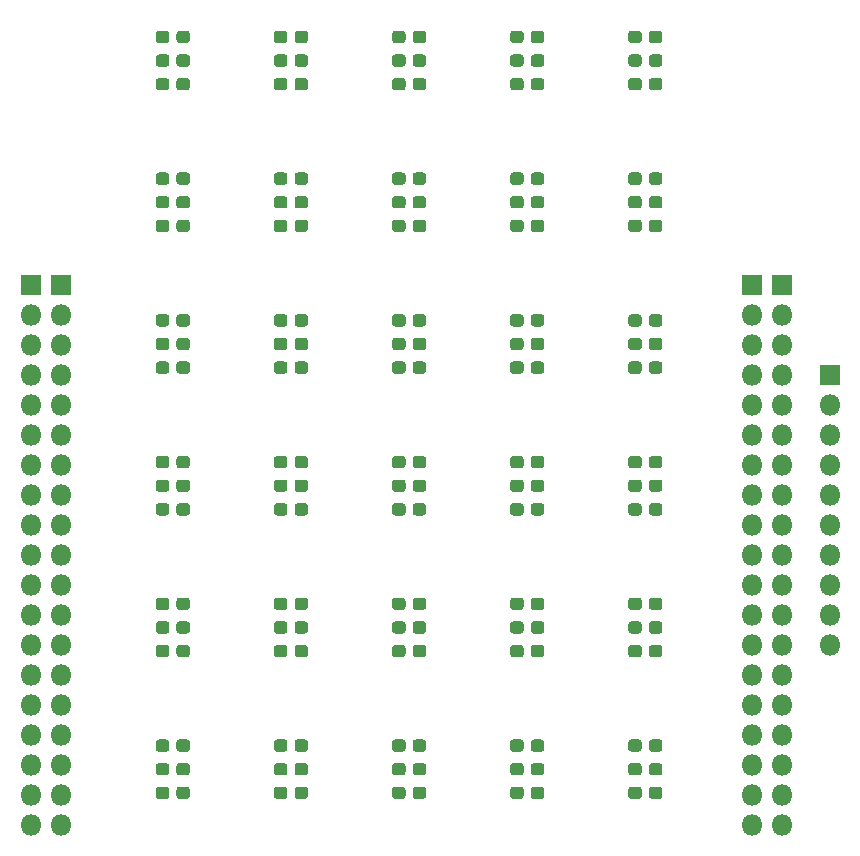
<source format=gbs>
G04 #@! TF.GenerationSoftware,KiCad,Pcbnew,5.1.6-c6e7f7d~87~ubuntu18.04.1*
G04 #@! TF.CreationDate,2021-01-02T21:50:32-05:00*
G04 #@! TF.ProjectId,dicecalc,64696365-6361-46c6-932e-6b696361645f,rev?*
G04 #@! TF.SameCoordinates,Original*
G04 #@! TF.FileFunction,Soldermask,Bot*
G04 #@! TF.FilePolarity,Negative*
%FSLAX46Y46*%
G04 Gerber Fmt 4.6, Leading zero omitted, Abs format (unit mm)*
G04 Created by KiCad (PCBNEW 5.1.6-c6e7f7d~87~ubuntu18.04.1) date 2021-01-02 21:50:32*
%MOMM*%
%LPD*%
G01*
G04 APERTURE LIST*
%ADD10R,1.800000X1.800000*%
%ADD11O,1.800000X1.800000*%
G04 APERTURE END LIST*
G36*
G01*
X89200000Y-155362500D02*
X89200000Y-154837500D01*
G75*
G02*
X89462500Y-154575000I262500J0D01*
G01*
X90087500Y-154575000D01*
G75*
G02*
X90350000Y-154837500I0J-262500D01*
G01*
X90350000Y-155362500D01*
G75*
G02*
X90087500Y-155625000I-262500J0D01*
G01*
X89462500Y-155625000D01*
G75*
G02*
X89200000Y-155362500I0J262500D01*
G01*
G37*
G36*
G01*
X87450000Y-155362500D02*
X87450000Y-154837500D01*
G75*
G02*
X87712500Y-154575000I262500J0D01*
G01*
X88337500Y-154575000D01*
G75*
G02*
X88600000Y-154837500I0J-262500D01*
G01*
X88600000Y-155362500D01*
G75*
G02*
X88337500Y-155625000I-262500J0D01*
G01*
X87712500Y-155625000D01*
G75*
G02*
X87450000Y-155362500I0J262500D01*
G01*
G37*
G36*
G01*
X87450000Y-143362500D02*
X87450000Y-142837500D01*
G75*
G02*
X87712500Y-142575000I262500J0D01*
G01*
X88337500Y-142575000D01*
G75*
G02*
X88600000Y-142837500I0J-262500D01*
G01*
X88600000Y-143362500D01*
G75*
G02*
X88337500Y-143625000I-262500J0D01*
G01*
X87712500Y-143625000D01*
G75*
G02*
X87450000Y-143362500I0J262500D01*
G01*
G37*
G36*
G01*
X89200000Y-143362500D02*
X89200000Y-142837500D01*
G75*
G02*
X89462500Y-142575000I262500J0D01*
G01*
X90087500Y-142575000D01*
G75*
G02*
X90350000Y-142837500I0J-262500D01*
G01*
X90350000Y-143362500D01*
G75*
G02*
X90087500Y-143625000I-262500J0D01*
G01*
X89462500Y-143625000D01*
G75*
G02*
X89200000Y-143362500I0J262500D01*
G01*
G37*
G36*
G01*
X100350000Y-142837500D02*
X100350000Y-143362500D01*
G75*
G02*
X100087500Y-143625000I-262500J0D01*
G01*
X99462500Y-143625000D01*
G75*
G02*
X99200000Y-143362500I0J262500D01*
G01*
X99200000Y-142837500D01*
G75*
G02*
X99462500Y-142575000I262500J0D01*
G01*
X100087500Y-142575000D01*
G75*
G02*
X100350000Y-142837500I0J-262500D01*
G01*
G37*
G36*
G01*
X98600000Y-142837500D02*
X98600000Y-143362500D01*
G75*
G02*
X98337500Y-143625000I-262500J0D01*
G01*
X97712500Y-143625000D01*
G75*
G02*
X97450000Y-143362500I0J262500D01*
G01*
X97450000Y-142837500D01*
G75*
G02*
X97712500Y-142575000I262500J0D01*
G01*
X98337500Y-142575000D01*
G75*
G02*
X98600000Y-142837500I0J-262500D01*
G01*
G37*
G36*
G01*
X110350000Y-142837500D02*
X110350000Y-143362500D01*
G75*
G02*
X110087500Y-143625000I-262500J0D01*
G01*
X109462500Y-143625000D01*
G75*
G02*
X109200000Y-143362500I0J262500D01*
G01*
X109200000Y-142837500D01*
G75*
G02*
X109462500Y-142575000I262500J0D01*
G01*
X110087500Y-142575000D01*
G75*
G02*
X110350000Y-142837500I0J-262500D01*
G01*
G37*
G36*
G01*
X108600000Y-142837500D02*
X108600000Y-143362500D01*
G75*
G02*
X108337500Y-143625000I-262500J0D01*
G01*
X107712500Y-143625000D01*
G75*
G02*
X107450000Y-143362500I0J262500D01*
G01*
X107450000Y-142837500D01*
G75*
G02*
X107712500Y-142575000I262500J0D01*
G01*
X108337500Y-142575000D01*
G75*
G02*
X108600000Y-142837500I0J-262500D01*
G01*
G37*
G36*
G01*
X87450000Y-131362500D02*
X87450000Y-130837500D01*
G75*
G02*
X87712500Y-130575000I262500J0D01*
G01*
X88337500Y-130575000D01*
G75*
G02*
X88600000Y-130837500I0J-262500D01*
G01*
X88600000Y-131362500D01*
G75*
G02*
X88337500Y-131625000I-262500J0D01*
G01*
X87712500Y-131625000D01*
G75*
G02*
X87450000Y-131362500I0J262500D01*
G01*
G37*
G36*
G01*
X89200000Y-131362500D02*
X89200000Y-130837500D01*
G75*
G02*
X89462500Y-130575000I262500J0D01*
G01*
X90087500Y-130575000D01*
G75*
G02*
X90350000Y-130837500I0J-262500D01*
G01*
X90350000Y-131362500D01*
G75*
G02*
X90087500Y-131625000I-262500J0D01*
G01*
X89462500Y-131625000D01*
G75*
G02*
X89200000Y-131362500I0J262500D01*
G01*
G37*
G36*
G01*
X100350000Y-130837500D02*
X100350000Y-131362500D01*
G75*
G02*
X100087500Y-131625000I-262500J0D01*
G01*
X99462500Y-131625000D01*
G75*
G02*
X99200000Y-131362500I0J262500D01*
G01*
X99200000Y-130837500D01*
G75*
G02*
X99462500Y-130575000I262500J0D01*
G01*
X100087500Y-130575000D01*
G75*
G02*
X100350000Y-130837500I0J-262500D01*
G01*
G37*
G36*
G01*
X98600000Y-130837500D02*
X98600000Y-131362500D01*
G75*
G02*
X98337500Y-131625000I-262500J0D01*
G01*
X97712500Y-131625000D01*
G75*
G02*
X97450000Y-131362500I0J262500D01*
G01*
X97450000Y-130837500D01*
G75*
G02*
X97712500Y-130575000I262500J0D01*
G01*
X98337500Y-130575000D01*
G75*
G02*
X98600000Y-130837500I0J-262500D01*
G01*
G37*
G36*
G01*
X110350000Y-130837500D02*
X110350000Y-131362500D01*
G75*
G02*
X110087500Y-131625000I-262500J0D01*
G01*
X109462500Y-131625000D01*
G75*
G02*
X109200000Y-131362500I0J262500D01*
G01*
X109200000Y-130837500D01*
G75*
G02*
X109462500Y-130575000I262500J0D01*
G01*
X110087500Y-130575000D01*
G75*
G02*
X110350000Y-130837500I0J-262500D01*
G01*
G37*
G36*
G01*
X108600000Y-130837500D02*
X108600000Y-131362500D01*
G75*
G02*
X108337500Y-131625000I-262500J0D01*
G01*
X107712500Y-131625000D01*
G75*
G02*
X107450000Y-131362500I0J262500D01*
G01*
X107450000Y-130837500D01*
G75*
G02*
X107712500Y-130575000I262500J0D01*
G01*
X108337500Y-130575000D01*
G75*
G02*
X108600000Y-130837500I0J-262500D01*
G01*
G37*
G36*
G01*
X87450000Y-119362500D02*
X87450000Y-118837500D01*
G75*
G02*
X87712500Y-118575000I262500J0D01*
G01*
X88337500Y-118575000D01*
G75*
G02*
X88600000Y-118837500I0J-262500D01*
G01*
X88600000Y-119362500D01*
G75*
G02*
X88337500Y-119625000I-262500J0D01*
G01*
X87712500Y-119625000D01*
G75*
G02*
X87450000Y-119362500I0J262500D01*
G01*
G37*
G36*
G01*
X89200000Y-119362500D02*
X89200000Y-118837500D01*
G75*
G02*
X89462500Y-118575000I262500J0D01*
G01*
X90087500Y-118575000D01*
G75*
G02*
X90350000Y-118837500I0J-262500D01*
G01*
X90350000Y-119362500D01*
G75*
G02*
X90087500Y-119625000I-262500J0D01*
G01*
X89462500Y-119625000D01*
G75*
G02*
X89200000Y-119362500I0J262500D01*
G01*
G37*
G36*
G01*
X99200000Y-119362500D02*
X99200000Y-118837500D01*
G75*
G02*
X99462500Y-118575000I262500J0D01*
G01*
X100087500Y-118575000D01*
G75*
G02*
X100350000Y-118837500I0J-262500D01*
G01*
X100350000Y-119362500D01*
G75*
G02*
X100087500Y-119625000I-262500J0D01*
G01*
X99462500Y-119625000D01*
G75*
G02*
X99200000Y-119362500I0J262500D01*
G01*
G37*
G36*
G01*
X97450000Y-119362500D02*
X97450000Y-118837500D01*
G75*
G02*
X97712500Y-118575000I262500J0D01*
G01*
X98337500Y-118575000D01*
G75*
G02*
X98600000Y-118837500I0J-262500D01*
G01*
X98600000Y-119362500D01*
G75*
G02*
X98337500Y-119625000I-262500J0D01*
G01*
X97712500Y-119625000D01*
G75*
G02*
X97450000Y-119362500I0J262500D01*
G01*
G37*
G36*
G01*
X108600000Y-118837500D02*
X108600000Y-119362500D01*
G75*
G02*
X108337500Y-119625000I-262500J0D01*
G01*
X107712500Y-119625000D01*
G75*
G02*
X107450000Y-119362500I0J262500D01*
G01*
X107450000Y-118837500D01*
G75*
G02*
X107712500Y-118575000I262500J0D01*
G01*
X108337500Y-118575000D01*
G75*
G02*
X108600000Y-118837500I0J-262500D01*
G01*
G37*
G36*
G01*
X110350000Y-118837500D02*
X110350000Y-119362500D01*
G75*
G02*
X110087500Y-119625000I-262500J0D01*
G01*
X109462500Y-119625000D01*
G75*
G02*
X109200000Y-119362500I0J262500D01*
G01*
X109200000Y-118837500D01*
G75*
G02*
X109462500Y-118575000I262500J0D01*
G01*
X110087500Y-118575000D01*
G75*
G02*
X110350000Y-118837500I0J-262500D01*
G01*
G37*
G36*
G01*
X118600000Y-142837500D02*
X118600000Y-143362500D01*
G75*
G02*
X118337500Y-143625000I-262500J0D01*
G01*
X117712500Y-143625000D01*
G75*
G02*
X117450000Y-143362500I0J262500D01*
G01*
X117450000Y-142837500D01*
G75*
G02*
X117712500Y-142575000I262500J0D01*
G01*
X118337500Y-142575000D01*
G75*
G02*
X118600000Y-142837500I0J-262500D01*
G01*
G37*
G36*
G01*
X120350000Y-142837500D02*
X120350000Y-143362500D01*
G75*
G02*
X120087500Y-143625000I-262500J0D01*
G01*
X119462500Y-143625000D01*
G75*
G02*
X119200000Y-143362500I0J262500D01*
G01*
X119200000Y-142837500D01*
G75*
G02*
X119462500Y-142575000I262500J0D01*
G01*
X120087500Y-142575000D01*
G75*
G02*
X120350000Y-142837500I0J-262500D01*
G01*
G37*
G36*
G01*
X118600000Y-130837500D02*
X118600000Y-131362500D01*
G75*
G02*
X118337500Y-131625000I-262500J0D01*
G01*
X117712500Y-131625000D01*
G75*
G02*
X117450000Y-131362500I0J262500D01*
G01*
X117450000Y-130837500D01*
G75*
G02*
X117712500Y-130575000I262500J0D01*
G01*
X118337500Y-130575000D01*
G75*
G02*
X118600000Y-130837500I0J-262500D01*
G01*
G37*
G36*
G01*
X120350000Y-130837500D02*
X120350000Y-131362500D01*
G75*
G02*
X120087500Y-131625000I-262500J0D01*
G01*
X119462500Y-131625000D01*
G75*
G02*
X119200000Y-131362500I0J262500D01*
G01*
X119200000Y-130837500D01*
G75*
G02*
X119462500Y-130575000I262500J0D01*
G01*
X120087500Y-130575000D01*
G75*
G02*
X120350000Y-130837500I0J-262500D01*
G01*
G37*
G36*
G01*
X120350000Y-118837500D02*
X120350000Y-119362500D01*
G75*
G02*
X120087500Y-119625000I-262500J0D01*
G01*
X119462500Y-119625000D01*
G75*
G02*
X119200000Y-119362500I0J262500D01*
G01*
X119200000Y-118837500D01*
G75*
G02*
X119462500Y-118575000I262500J0D01*
G01*
X120087500Y-118575000D01*
G75*
G02*
X120350000Y-118837500I0J-262500D01*
G01*
G37*
G36*
G01*
X118600000Y-118837500D02*
X118600000Y-119362500D01*
G75*
G02*
X118337500Y-119625000I-262500J0D01*
G01*
X117712500Y-119625000D01*
G75*
G02*
X117450000Y-119362500I0J262500D01*
G01*
X117450000Y-118837500D01*
G75*
G02*
X117712500Y-118575000I262500J0D01*
G01*
X118337500Y-118575000D01*
G75*
G02*
X118600000Y-118837500I0J-262500D01*
G01*
G37*
G36*
G01*
X118600000Y-106837500D02*
X118600000Y-107362500D01*
G75*
G02*
X118337500Y-107625000I-262500J0D01*
G01*
X117712500Y-107625000D01*
G75*
G02*
X117450000Y-107362500I0J262500D01*
G01*
X117450000Y-106837500D01*
G75*
G02*
X117712500Y-106575000I262500J0D01*
G01*
X118337500Y-106575000D01*
G75*
G02*
X118600000Y-106837500I0J-262500D01*
G01*
G37*
G36*
G01*
X120350000Y-106837500D02*
X120350000Y-107362500D01*
G75*
G02*
X120087500Y-107625000I-262500J0D01*
G01*
X119462500Y-107625000D01*
G75*
G02*
X119200000Y-107362500I0J262500D01*
G01*
X119200000Y-106837500D01*
G75*
G02*
X119462500Y-106575000I262500J0D01*
G01*
X120087500Y-106575000D01*
G75*
G02*
X120350000Y-106837500I0J-262500D01*
G01*
G37*
G36*
G01*
X110350000Y-94837500D02*
X110350000Y-95362500D01*
G75*
G02*
X110087500Y-95625000I-262500J0D01*
G01*
X109462500Y-95625000D01*
G75*
G02*
X109200000Y-95362500I0J262500D01*
G01*
X109200000Y-94837500D01*
G75*
G02*
X109462500Y-94575000I262500J0D01*
G01*
X110087500Y-94575000D01*
G75*
G02*
X110350000Y-94837500I0J-262500D01*
G01*
G37*
G36*
G01*
X108600000Y-94837500D02*
X108600000Y-95362500D01*
G75*
G02*
X108337500Y-95625000I-262500J0D01*
G01*
X107712500Y-95625000D01*
G75*
G02*
X107450000Y-95362500I0J262500D01*
G01*
X107450000Y-94837500D01*
G75*
G02*
X107712500Y-94575000I262500J0D01*
G01*
X108337500Y-94575000D01*
G75*
G02*
X108600000Y-94837500I0J-262500D01*
G01*
G37*
G36*
G01*
X77450000Y-107362500D02*
X77450000Y-106837500D01*
G75*
G02*
X77712500Y-106575000I262500J0D01*
G01*
X78337500Y-106575000D01*
G75*
G02*
X78600000Y-106837500I0J-262500D01*
G01*
X78600000Y-107362500D01*
G75*
G02*
X78337500Y-107625000I-262500J0D01*
G01*
X77712500Y-107625000D01*
G75*
G02*
X77450000Y-107362500I0J262500D01*
G01*
G37*
G36*
G01*
X79200000Y-107362500D02*
X79200000Y-106837500D01*
G75*
G02*
X79462500Y-106575000I262500J0D01*
G01*
X80087500Y-106575000D01*
G75*
G02*
X80350000Y-106837500I0J-262500D01*
G01*
X80350000Y-107362500D01*
G75*
G02*
X80087500Y-107625000I-262500J0D01*
G01*
X79462500Y-107625000D01*
G75*
G02*
X79200000Y-107362500I0J262500D01*
G01*
G37*
G36*
G01*
X87450000Y-107362500D02*
X87450000Y-106837500D01*
G75*
G02*
X87712500Y-106575000I262500J0D01*
G01*
X88337500Y-106575000D01*
G75*
G02*
X88600000Y-106837500I0J-262500D01*
G01*
X88600000Y-107362500D01*
G75*
G02*
X88337500Y-107625000I-262500J0D01*
G01*
X87712500Y-107625000D01*
G75*
G02*
X87450000Y-107362500I0J262500D01*
G01*
G37*
G36*
G01*
X89200000Y-107362500D02*
X89200000Y-106837500D01*
G75*
G02*
X89462500Y-106575000I262500J0D01*
G01*
X90087500Y-106575000D01*
G75*
G02*
X90350000Y-106837500I0J-262500D01*
G01*
X90350000Y-107362500D01*
G75*
G02*
X90087500Y-107625000I-262500J0D01*
G01*
X89462500Y-107625000D01*
G75*
G02*
X89200000Y-107362500I0J262500D01*
G01*
G37*
G36*
G01*
X99200000Y-107362500D02*
X99200000Y-106837500D01*
G75*
G02*
X99462500Y-106575000I262500J0D01*
G01*
X100087500Y-106575000D01*
G75*
G02*
X100350000Y-106837500I0J-262500D01*
G01*
X100350000Y-107362500D01*
G75*
G02*
X100087500Y-107625000I-262500J0D01*
G01*
X99462500Y-107625000D01*
G75*
G02*
X99200000Y-107362500I0J262500D01*
G01*
G37*
G36*
G01*
X97450000Y-107362500D02*
X97450000Y-106837500D01*
G75*
G02*
X97712500Y-106575000I262500J0D01*
G01*
X98337500Y-106575000D01*
G75*
G02*
X98600000Y-106837500I0J-262500D01*
G01*
X98600000Y-107362500D01*
G75*
G02*
X98337500Y-107625000I-262500J0D01*
G01*
X97712500Y-107625000D01*
G75*
G02*
X97450000Y-107362500I0J262500D01*
G01*
G37*
G36*
G01*
X110350000Y-106837500D02*
X110350000Y-107362500D01*
G75*
G02*
X110087500Y-107625000I-262500J0D01*
G01*
X109462500Y-107625000D01*
G75*
G02*
X109200000Y-107362500I0J262500D01*
G01*
X109200000Y-106837500D01*
G75*
G02*
X109462500Y-106575000I262500J0D01*
G01*
X110087500Y-106575000D01*
G75*
G02*
X110350000Y-106837500I0J-262500D01*
G01*
G37*
G36*
G01*
X108600000Y-106837500D02*
X108600000Y-107362500D01*
G75*
G02*
X108337500Y-107625000I-262500J0D01*
G01*
X107712500Y-107625000D01*
G75*
G02*
X107450000Y-107362500I0J262500D01*
G01*
X107450000Y-106837500D01*
G75*
G02*
X107712500Y-106575000I262500J0D01*
G01*
X108337500Y-106575000D01*
G75*
G02*
X108600000Y-106837500I0J-262500D01*
G01*
G37*
G36*
G01*
X79200000Y-95362500D02*
X79200000Y-94837500D01*
G75*
G02*
X79462500Y-94575000I262500J0D01*
G01*
X80087500Y-94575000D01*
G75*
G02*
X80350000Y-94837500I0J-262500D01*
G01*
X80350000Y-95362500D01*
G75*
G02*
X80087500Y-95625000I-262500J0D01*
G01*
X79462500Y-95625000D01*
G75*
G02*
X79200000Y-95362500I0J262500D01*
G01*
G37*
G36*
G01*
X77450000Y-95362500D02*
X77450000Y-94837500D01*
G75*
G02*
X77712500Y-94575000I262500J0D01*
G01*
X78337500Y-94575000D01*
G75*
G02*
X78600000Y-94837500I0J-262500D01*
G01*
X78600000Y-95362500D01*
G75*
G02*
X78337500Y-95625000I-262500J0D01*
G01*
X77712500Y-95625000D01*
G75*
G02*
X77450000Y-95362500I0J262500D01*
G01*
G37*
G36*
G01*
X89200000Y-95362500D02*
X89200000Y-94837500D01*
G75*
G02*
X89462500Y-94575000I262500J0D01*
G01*
X90087500Y-94575000D01*
G75*
G02*
X90350000Y-94837500I0J-262500D01*
G01*
X90350000Y-95362500D01*
G75*
G02*
X90087500Y-95625000I-262500J0D01*
G01*
X89462500Y-95625000D01*
G75*
G02*
X89200000Y-95362500I0J262500D01*
G01*
G37*
G36*
G01*
X87450000Y-95362500D02*
X87450000Y-94837500D01*
G75*
G02*
X87712500Y-94575000I262500J0D01*
G01*
X88337500Y-94575000D01*
G75*
G02*
X88600000Y-94837500I0J-262500D01*
G01*
X88600000Y-95362500D01*
G75*
G02*
X88337500Y-95625000I-262500J0D01*
G01*
X87712500Y-95625000D01*
G75*
G02*
X87450000Y-95362500I0J262500D01*
G01*
G37*
G36*
G01*
X97450000Y-95362500D02*
X97450000Y-94837500D01*
G75*
G02*
X97712500Y-94575000I262500J0D01*
G01*
X98337500Y-94575000D01*
G75*
G02*
X98600000Y-94837500I0J-262500D01*
G01*
X98600000Y-95362500D01*
G75*
G02*
X98337500Y-95625000I-262500J0D01*
G01*
X97712500Y-95625000D01*
G75*
G02*
X97450000Y-95362500I0J262500D01*
G01*
G37*
G36*
G01*
X99200000Y-95362500D02*
X99200000Y-94837500D01*
G75*
G02*
X99462500Y-94575000I262500J0D01*
G01*
X100087500Y-94575000D01*
G75*
G02*
X100350000Y-94837500I0J-262500D01*
G01*
X100350000Y-95362500D01*
G75*
G02*
X100087500Y-95625000I-262500J0D01*
G01*
X99462500Y-95625000D01*
G75*
G02*
X99200000Y-95362500I0J262500D01*
G01*
G37*
G36*
G01*
X120350000Y-154837500D02*
X120350000Y-155362500D01*
G75*
G02*
X120087500Y-155625000I-262500J0D01*
G01*
X119462500Y-155625000D01*
G75*
G02*
X119200000Y-155362500I0J262500D01*
G01*
X119200000Y-154837500D01*
G75*
G02*
X119462500Y-154575000I262500J0D01*
G01*
X120087500Y-154575000D01*
G75*
G02*
X120350000Y-154837500I0J-262500D01*
G01*
G37*
G36*
G01*
X118600000Y-154837500D02*
X118600000Y-155362500D01*
G75*
G02*
X118337500Y-155625000I-262500J0D01*
G01*
X117712500Y-155625000D01*
G75*
G02*
X117450000Y-155362500I0J262500D01*
G01*
X117450000Y-154837500D01*
G75*
G02*
X117712500Y-154575000I262500J0D01*
G01*
X118337500Y-154575000D01*
G75*
G02*
X118600000Y-154837500I0J-262500D01*
G01*
G37*
G36*
G01*
X120350000Y-94837500D02*
X120350000Y-95362500D01*
G75*
G02*
X120087500Y-95625000I-262500J0D01*
G01*
X119462500Y-95625000D01*
G75*
G02*
X119200000Y-95362500I0J262500D01*
G01*
X119200000Y-94837500D01*
G75*
G02*
X119462500Y-94575000I262500J0D01*
G01*
X120087500Y-94575000D01*
G75*
G02*
X120350000Y-94837500I0J-262500D01*
G01*
G37*
G36*
G01*
X118600000Y-94837500D02*
X118600000Y-95362500D01*
G75*
G02*
X118337500Y-95625000I-262500J0D01*
G01*
X117712500Y-95625000D01*
G75*
G02*
X117450000Y-95362500I0J262500D01*
G01*
X117450000Y-94837500D01*
G75*
G02*
X117712500Y-94575000I262500J0D01*
G01*
X118337500Y-94575000D01*
G75*
G02*
X118600000Y-94837500I0J-262500D01*
G01*
G37*
G36*
G01*
X98600000Y-154837500D02*
X98600000Y-155362500D01*
G75*
G02*
X98337500Y-155625000I-262500J0D01*
G01*
X97712500Y-155625000D01*
G75*
G02*
X97450000Y-155362500I0J262500D01*
G01*
X97450000Y-154837500D01*
G75*
G02*
X97712500Y-154575000I262500J0D01*
G01*
X98337500Y-154575000D01*
G75*
G02*
X98600000Y-154837500I0J-262500D01*
G01*
G37*
G36*
G01*
X100350000Y-154837500D02*
X100350000Y-155362500D01*
G75*
G02*
X100087500Y-155625000I-262500J0D01*
G01*
X99462500Y-155625000D01*
G75*
G02*
X99200000Y-155362500I0J262500D01*
G01*
X99200000Y-154837500D01*
G75*
G02*
X99462500Y-154575000I262500J0D01*
G01*
X100087500Y-154575000D01*
G75*
G02*
X100350000Y-154837500I0J-262500D01*
G01*
G37*
G36*
G01*
X108600000Y-154837500D02*
X108600000Y-155362500D01*
G75*
G02*
X108337500Y-155625000I-262500J0D01*
G01*
X107712500Y-155625000D01*
G75*
G02*
X107450000Y-155362500I0J262500D01*
G01*
X107450000Y-154837500D01*
G75*
G02*
X107712500Y-154575000I262500J0D01*
G01*
X108337500Y-154575000D01*
G75*
G02*
X108600000Y-154837500I0J-262500D01*
G01*
G37*
G36*
G01*
X110350000Y-154837500D02*
X110350000Y-155362500D01*
G75*
G02*
X110087500Y-155625000I-262500J0D01*
G01*
X109462500Y-155625000D01*
G75*
G02*
X109200000Y-155362500I0J262500D01*
G01*
X109200000Y-154837500D01*
G75*
G02*
X109462500Y-154575000I262500J0D01*
G01*
X110087500Y-154575000D01*
G75*
G02*
X110350000Y-154837500I0J-262500D01*
G01*
G37*
G36*
G01*
X79200000Y-119362500D02*
X79200000Y-118837500D01*
G75*
G02*
X79462500Y-118575000I262500J0D01*
G01*
X80087500Y-118575000D01*
G75*
G02*
X80350000Y-118837500I0J-262500D01*
G01*
X80350000Y-119362500D01*
G75*
G02*
X80087500Y-119625000I-262500J0D01*
G01*
X79462500Y-119625000D01*
G75*
G02*
X79200000Y-119362500I0J262500D01*
G01*
G37*
G36*
G01*
X77450000Y-119362500D02*
X77450000Y-118837500D01*
G75*
G02*
X77712500Y-118575000I262500J0D01*
G01*
X78337500Y-118575000D01*
G75*
G02*
X78600000Y-118837500I0J-262500D01*
G01*
X78600000Y-119362500D01*
G75*
G02*
X78337500Y-119625000I-262500J0D01*
G01*
X77712500Y-119625000D01*
G75*
G02*
X77450000Y-119362500I0J262500D01*
G01*
G37*
G36*
G01*
X79200000Y-131362500D02*
X79200000Y-130837500D01*
G75*
G02*
X79462500Y-130575000I262500J0D01*
G01*
X80087500Y-130575000D01*
G75*
G02*
X80350000Y-130837500I0J-262500D01*
G01*
X80350000Y-131362500D01*
G75*
G02*
X80087500Y-131625000I-262500J0D01*
G01*
X79462500Y-131625000D01*
G75*
G02*
X79200000Y-131362500I0J262500D01*
G01*
G37*
G36*
G01*
X77450000Y-131362500D02*
X77450000Y-130837500D01*
G75*
G02*
X77712500Y-130575000I262500J0D01*
G01*
X78337500Y-130575000D01*
G75*
G02*
X78600000Y-130837500I0J-262500D01*
G01*
X78600000Y-131362500D01*
G75*
G02*
X78337500Y-131625000I-262500J0D01*
G01*
X77712500Y-131625000D01*
G75*
G02*
X77450000Y-131362500I0J262500D01*
G01*
G37*
G36*
G01*
X79200000Y-143362500D02*
X79200000Y-142837500D01*
G75*
G02*
X79462500Y-142575000I262500J0D01*
G01*
X80087500Y-142575000D01*
G75*
G02*
X80350000Y-142837500I0J-262500D01*
G01*
X80350000Y-143362500D01*
G75*
G02*
X80087500Y-143625000I-262500J0D01*
G01*
X79462500Y-143625000D01*
G75*
G02*
X79200000Y-143362500I0J262500D01*
G01*
G37*
G36*
G01*
X77450000Y-143362500D02*
X77450000Y-142837500D01*
G75*
G02*
X77712500Y-142575000I262500J0D01*
G01*
X78337500Y-142575000D01*
G75*
G02*
X78600000Y-142837500I0J-262500D01*
G01*
X78600000Y-143362500D01*
G75*
G02*
X78337500Y-143625000I-262500J0D01*
G01*
X77712500Y-143625000D01*
G75*
G02*
X77450000Y-143362500I0J262500D01*
G01*
G37*
G36*
G01*
X79200000Y-155362500D02*
X79200000Y-154837500D01*
G75*
G02*
X79462500Y-154575000I262500J0D01*
G01*
X80087500Y-154575000D01*
G75*
G02*
X80350000Y-154837500I0J-262500D01*
G01*
X80350000Y-155362500D01*
G75*
G02*
X80087500Y-155625000I-262500J0D01*
G01*
X79462500Y-155625000D01*
G75*
G02*
X79200000Y-155362500I0J262500D01*
G01*
G37*
G36*
G01*
X77450000Y-155362500D02*
X77450000Y-154837500D01*
G75*
G02*
X77712500Y-154575000I262500J0D01*
G01*
X78337500Y-154575000D01*
G75*
G02*
X78600000Y-154837500I0J-262500D01*
G01*
X78600000Y-155362500D01*
G75*
G02*
X78337500Y-155625000I-262500J0D01*
G01*
X77712500Y-155625000D01*
G75*
G02*
X77450000Y-155362500I0J262500D01*
G01*
G37*
D10*
X66900000Y-112100000D03*
D11*
X66900000Y-114640000D03*
X66900000Y-117180000D03*
X66900000Y-119720000D03*
X66900000Y-122260000D03*
X66900000Y-124800000D03*
X66900000Y-127340000D03*
X66900000Y-129880000D03*
X66900000Y-132420000D03*
X66900000Y-134960000D03*
X66900000Y-137500000D03*
X66900000Y-140040000D03*
X66900000Y-142580000D03*
X66900000Y-145120000D03*
X66900000Y-147660000D03*
X66900000Y-150200000D03*
X66900000Y-152740000D03*
X66900000Y-155280000D03*
X66900000Y-157820000D03*
X69440000Y-157820000D03*
X69440000Y-155280000D03*
X69440000Y-152740000D03*
X69440000Y-150200000D03*
X69440000Y-147660000D03*
X69440000Y-145120000D03*
X69440000Y-142580000D03*
X69440000Y-140040000D03*
X69440000Y-137500000D03*
X69440000Y-134960000D03*
X69440000Y-132420000D03*
X69440000Y-129880000D03*
X69440000Y-127340000D03*
X69440000Y-124800000D03*
X69440000Y-122260000D03*
X69440000Y-119720000D03*
X69440000Y-117180000D03*
X69440000Y-114640000D03*
D10*
X69440000Y-112100000D03*
X127900000Y-112100000D03*
D11*
X127900000Y-114640000D03*
X127900000Y-117180000D03*
X127900000Y-119720000D03*
X127900000Y-122260000D03*
X127900000Y-124800000D03*
X127900000Y-127340000D03*
X127900000Y-129880000D03*
X127900000Y-132420000D03*
X127900000Y-134960000D03*
X127900000Y-137500000D03*
X127900000Y-140040000D03*
X127900000Y-142580000D03*
X127900000Y-145120000D03*
X127900000Y-147660000D03*
X127900000Y-150200000D03*
X127900000Y-152740000D03*
X127900000Y-155280000D03*
X127900000Y-157820000D03*
X130440000Y-157820000D03*
X130440000Y-155280000D03*
X130440000Y-152740000D03*
X130440000Y-150200000D03*
X130440000Y-147660000D03*
X130440000Y-145120000D03*
X130440000Y-142580000D03*
X130440000Y-140040000D03*
X130440000Y-137500000D03*
X130440000Y-134960000D03*
X130440000Y-132420000D03*
X130440000Y-129880000D03*
X130440000Y-127340000D03*
X130440000Y-124800000D03*
X130440000Y-122260000D03*
X130440000Y-119720000D03*
X130440000Y-117180000D03*
X130440000Y-114640000D03*
D10*
X130440000Y-112100000D03*
G36*
G01*
X89200000Y-151362500D02*
X89200000Y-150837500D01*
G75*
G02*
X89462500Y-150575000I262500J0D01*
G01*
X90087500Y-150575000D01*
G75*
G02*
X90350000Y-150837500I0J-262500D01*
G01*
X90350000Y-151362500D01*
G75*
G02*
X90087500Y-151625000I-262500J0D01*
G01*
X89462500Y-151625000D01*
G75*
G02*
X89200000Y-151362500I0J262500D01*
G01*
G37*
G36*
G01*
X87450000Y-151362500D02*
X87450000Y-150837500D01*
G75*
G02*
X87712500Y-150575000I262500J0D01*
G01*
X88337500Y-150575000D01*
G75*
G02*
X88600000Y-150837500I0J-262500D01*
G01*
X88600000Y-151362500D01*
G75*
G02*
X88337500Y-151625000I-262500J0D01*
G01*
X87712500Y-151625000D01*
G75*
G02*
X87450000Y-151362500I0J262500D01*
G01*
G37*
G36*
G01*
X87450000Y-139362500D02*
X87450000Y-138837500D01*
G75*
G02*
X87712500Y-138575000I262500J0D01*
G01*
X88337500Y-138575000D01*
G75*
G02*
X88600000Y-138837500I0J-262500D01*
G01*
X88600000Y-139362500D01*
G75*
G02*
X88337500Y-139625000I-262500J0D01*
G01*
X87712500Y-139625000D01*
G75*
G02*
X87450000Y-139362500I0J262500D01*
G01*
G37*
G36*
G01*
X89200000Y-139362500D02*
X89200000Y-138837500D01*
G75*
G02*
X89462500Y-138575000I262500J0D01*
G01*
X90087500Y-138575000D01*
G75*
G02*
X90350000Y-138837500I0J-262500D01*
G01*
X90350000Y-139362500D01*
G75*
G02*
X90087500Y-139625000I-262500J0D01*
G01*
X89462500Y-139625000D01*
G75*
G02*
X89200000Y-139362500I0J262500D01*
G01*
G37*
G36*
G01*
X100350000Y-138837500D02*
X100350000Y-139362500D01*
G75*
G02*
X100087500Y-139625000I-262500J0D01*
G01*
X99462500Y-139625000D01*
G75*
G02*
X99200000Y-139362500I0J262500D01*
G01*
X99200000Y-138837500D01*
G75*
G02*
X99462500Y-138575000I262500J0D01*
G01*
X100087500Y-138575000D01*
G75*
G02*
X100350000Y-138837500I0J-262500D01*
G01*
G37*
G36*
G01*
X98600000Y-138837500D02*
X98600000Y-139362500D01*
G75*
G02*
X98337500Y-139625000I-262500J0D01*
G01*
X97712500Y-139625000D01*
G75*
G02*
X97450000Y-139362500I0J262500D01*
G01*
X97450000Y-138837500D01*
G75*
G02*
X97712500Y-138575000I262500J0D01*
G01*
X98337500Y-138575000D01*
G75*
G02*
X98600000Y-138837500I0J-262500D01*
G01*
G37*
G36*
G01*
X110350000Y-138837500D02*
X110350000Y-139362500D01*
G75*
G02*
X110087500Y-139625000I-262500J0D01*
G01*
X109462500Y-139625000D01*
G75*
G02*
X109200000Y-139362500I0J262500D01*
G01*
X109200000Y-138837500D01*
G75*
G02*
X109462500Y-138575000I262500J0D01*
G01*
X110087500Y-138575000D01*
G75*
G02*
X110350000Y-138837500I0J-262500D01*
G01*
G37*
G36*
G01*
X108600000Y-138837500D02*
X108600000Y-139362500D01*
G75*
G02*
X108337500Y-139625000I-262500J0D01*
G01*
X107712500Y-139625000D01*
G75*
G02*
X107450000Y-139362500I0J262500D01*
G01*
X107450000Y-138837500D01*
G75*
G02*
X107712500Y-138575000I262500J0D01*
G01*
X108337500Y-138575000D01*
G75*
G02*
X108600000Y-138837500I0J-262500D01*
G01*
G37*
G36*
G01*
X89200000Y-127362500D02*
X89200000Y-126837500D01*
G75*
G02*
X89462500Y-126575000I262500J0D01*
G01*
X90087500Y-126575000D01*
G75*
G02*
X90350000Y-126837500I0J-262500D01*
G01*
X90350000Y-127362500D01*
G75*
G02*
X90087500Y-127625000I-262500J0D01*
G01*
X89462500Y-127625000D01*
G75*
G02*
X89200000Y-127362500I0J262500D01*
G01*
G37*
G36*
G01*
X87450000Y-127362500D02*
X87450000Y-126837500D01*
G75*
G02*
X87712500Y-126575000I262500J0D01*
G01*
X88337500Y-126575000D01*
G75*
G02*
X88600000Y-126837500I0J-262500D01*
G01*
X88600000Y-127362500D01*
G75*
G02*
X88337500Y-127625000I-262500J0D01*
G01*
X87712500Y-127625000D01*
G75*
G02*
X87450000Y-127362500I0J262500D01*
G01*
G37*
G36*
G01*
X90350000Y-152837500D02*
X90350000Y-153362500D01*
G75*
G02*
X90087500Y-153625000I-262500J0D01*
G01*
X89462500Y-153625000D01*
G75*
G02*
X89200000Y-153362500I0J262500D01*
G01*
X89200000Y-152837500D01*
G75*
G02*
X89462500Y-152575000I262500J0D01*
G01*
X90087500Y-152575000D01*
G75*
G02*
X90350000Y-152837500I0J-262500D01*
G01*
G37*
G36*
G01*
X88600000Y-152837500D02*
X88600000Y-153362500D01*
G75*
G02*
X88337500Y-153625000I-262500J0D01*
G01*
X87712500Y-153625000D01*
G75*
G02*
X87450000Y-153362500I0J262500D01*
G01*
X87450000Y-152837500D01*
G75*
G02*
X87712500Y-152575000I262500J0D01*
G01*
X88337500Y-152575000D01*
G75*
G02*
X88600000Y-152837500I0J-262500D01*
G01*
G37*
G36*
G01*
X88600000Y-140837500D02*
X88600000Y-141362500D01*
G75*
G02*
X88337500Y-141625000I-262500J0D01*
G01*
X87712500Y-141625000D01*
G75*
G02*
X87450000Y-141362500I0J262500D01*
G01*
X87450000Y-140837500D01*
G75*
G02*
X87712500Y-140575000I262500J0D01*
G01*
X88337500Y-140575000D01*
G75*
G02*
X88600000Y-140837500I0J-262500D01*
G01*
G37*
G36*
G01*
X90350000Y-140837500D02*
X90350000Y-141362500D01*
G75*
G02*
X90087500Y-141625000I-262500J0D01*
G01*
X89462500Y-141625000D01*
G75*
G02*
X89200000Y-141362500I0J262500D01*
G01*
X89200000Y-140837500D01*
G75*
G02*
X89462500Y-140575000I262500J0D01*
G01*
X90087500Y-140575000D01*
G75*
G02*
X90350000Y-140837500I0J-262500D01*
G01*
G37*
G36*
G01*
X99200000Y-141362500D02*
X99200000Y-140837500D01*
G75*
G02*
X99462500Y-140575000I262500J0D01*
G01*
X100087500Y-140575000D01*
G75*
G02*
X100350000Y-140837500I0J-262500D01*
G01*
X100350000Y-141362500D01*
G75*
G02*
X100087500Y-141625000I-262500J0D01*
G01*
X99462500Y-141625000D01*
G75*
G02*
X99200000Y-141362500I0J262500D01*
G01*
G37*
G36*
G01*
X97450000Y-141362500D02*
X97450000Y-140837500D01*
G75*
G02*
X97712500Y-140575000I262500J0D01*
G01*
X98337500Y-140575000D01*
G75*
G02*
X98600000Y-140837500I0J-262500D01*
G01*
X98600000Y-141362500D01*
G75*
G02*
X98337500Y-141625000I-262500J0D01*
G01*
X97712500Y-141625000D01*
G75*
G02*
X97450000Y-141362500I0J262500D01*
G01*
G37*
G36*
G01*
X109200000Y-141362500D02*
X109200000Y-140837500D01*
G75*
G02*
X109462500Y-140575000I262500J0D01*
G01*
X110087500Y-140575000D01*
G75*
G02*
X110350000Y-140837500I0J-262500D01*
G01*
X110350000Y-141362500D01*
G75*
G02*
X110087500Y-141625000I-262500J0D01*
G01*
X109462500Y-141625000D01*
G75*
G02*
X109200000Y-141362500I0J262500D01*
G01*
G37*
G36*
G01*
X107450000Y-141362500D02*
X107450000Y-140837500D01*
G75*
G02*
X107712500Y-140575000I262500J0D01*
G01*
X108337500Y-140575000D01*
G75*
G02*
X108600000Y-140837500I0J-262500D01*
G01*
X108600000Y-141362500D01*
G75*
G02*
X108337500Y-141625000I-262500J0D01*
G01*
X107712500Y-141625000D01*
G75*
G02*
X107450000Y-141362500I0J262500D01*
G01*
G37*
G36*
G01*
X90350000Y-128837500D02*
X90350000Y-129362500D01*
G75*
G02*
X90087500Y-129625000I-262500J0D01*
G01*
X89462500Y-129625000D01*
G75*
G02*
X89200000Y-129362500I0J262500D01*
G01*
X89200000Y-128837500D01*
G75*
G02*
X89462500Y-128575000I262500J0D01*
G01*
X90087500Y-128575000D01*
G75*
G02*
X90350000Y-128837500I0J-262500D01*
G01*
G37*
G36*
G01*
X88600000Y-128837500D02*
X88600000Y-129362500D01*
G75*
G02*
X88337500Y-129625000I-262500J0D01*
G01*
X87712500Y-129625000D01*
G75*
G02*
X87450000Y-129362500I0J262500D01*
G01*
X87450000Y-128837500D01*
G75*
G02*
X87712500Y-128575000I262500J0D01*
G01*
X88337500Y-128575000D01*
G75*
G02*
X88600000Y-128837500I0J-262500D01*
G01*
G37*
G36*
G01*
X98600000Y-126837500D02*
X98600000Y-127362500D01*
G75*
G02*
X98337500Y-127625000I-262500J0D01*
G01*
X97712500Y-127625000D01*
G75*
G02*
X97450000Y-127362500I0J262500D01*
G01*
X97450000Y-126837500D01*
G75*
G02*
X97712500Y-126575000I262500J0D01*
G01*
X98337500Y-126575000D01*
G75*
G02*
X98600000Y-126837500I0J-262500D01*
G01*
G37*
G36*
G01*
X100350000Y-126837500D02*
X100350000Y-127362500D01*
G75*
G02*
X100087500Y-127625000I-262500J0D01*
G01*
X99462500Y-127625000D01*
G75*
G02*
X99200000Y-127362500I0J262500D01*
G01*
X99200000Y-126837500D01*
G75*
G02*
X99462500Y-126575000I262500J0D01*
G01*
X100087500Y-126575000D01*
G75*
G02*
X100350000Y-126837500I0J-262500D01*
G01*
G37*
G36*
G01*
X108600000Y-126837500D02*
X108600000Y-127362500D01*
G75*
G02*
X108337500Y-127625000I-262500J0D01*
G01*
X107712500Y-127625000D01*
G75*
G02*
X107450000Y-127362500I0J262500D01*
G01*
X107450000Y-126837500D01*
G75*
G02*
X107712500Y-126575000I262500J0D01*
G01*
X108337500Y-126575000D01*
G75*
G02*
X108600000Y-126837500I0J-262500D01*
G01*
G37*
G36*
G01*
X110350000Y-126837500D02*
X110350000Y-127362500D01*
G75*
G02*
X110087500Y-127625000I-262500J0D01*
G01*
X109462500Y-127625000D01*
G75*
G02*
X109200000Y-127362500I0J262500D01*
G01*
X109200000Y-126837500D01*
G75*
G02*
X109462500Y-126575000I262500J0D01*
G01*
X110087500Y-126575000D01*
G75*
G02*
X110350000Y-126837500I0J-262500D01*
G01*
G37*
G36*
G01*
X89200000Y-115362500D02*
X89200000Y-114837500D01*
G75*
G02*
X89462500Y-114575000I262500J0D01*
G01*
X90087500Y-114575000D01*
G75*
G02*
X90350000Y-114837500I0J-262500D01*
G01*
X90350000Y-115362500D01*
G75*
G02*
X90087500Y-115625000I-262500J0D01*
G01*
X89462500Y-115625000D01*
G75*
G02*
X89200000Y-115362500I0J262500D01*
G01*
G37*
G36*
G01*
X87450000Y-115362500D02*
X87450000Y-114837500D01*
G75*
G02*
X87712500Y-114575000I262500J0D01*
G01*
X88337500Y-114575000D01*
G75*
G02*
X88600000Y-114837500I0J-262500D01*
G01*
X88600000Y-115362500D01*
G75*
G02*
X88337500Y-115625000I-262500J0D01*
G01*
X87712500Y-115625000D01*
G75*
G02*
X87450000Y-115362500I0J262500D01*
G01*
G37*
G36*
G01*
X99200000Y-115362500D02*
X99200000Y-114837500D01*
G75*
G02*
X99462500Y-114575000I262500J0D01*
G01*
X100087500Y-114575000D01*
G75*
G02*
X100350000Y-114837500I0J-262500D01*
G01*
X100350000Y-115362500D01*
G75*
G02*
X100087500Y-115625000I-262500J0D01*
G01*
X99462500Y-115625000D01*
G75*
G02*
X99200000Y-115362500I0J262500D01*
G01*
G37*
G36*
G01*
X97450000Y-115362500D02*
X97450000Y-114837500D01*
G75*
G02*
X97712500Y-114575000I262500J0D01*
G01*
X98337500Y-114575000D01*
G75*
G02*
X98600000Y-114837500I0J-262500D01*
G01*
X98600000Y-115362500D01*
G75*
G02*
X98337500Y-115625000I-262500J0D01*
G01*
X97712500Y-115625000D01*
G75*
G02*
X97450000Y-115362500I0J262500D01*
G01*
G37*
G36*
G01*
X108600000Y-114837500D02*
X108600000Y-115362500D01*
G75*
G02*
X108337500Y-115625000I-262500J0D01*
G01*
X107712500Y-115625000D01*
G75*
G02*
X107450000Y-115362500I0J262500D01*
G01*
X107450000Y-114837500D01*
G75*
G02*
X107712500Y-114575000I262500J0D01*
G01*
X108337500Y-114575000D01*
G75*
G02*
X108600000Y-114837500I0J-262500D01*
G01*
G37*
G36*
G01*
X110350000Y-114837500D02*
X110350000Y-115362500D01*
G75*
G02*
X110087500Y-115625000I-262500J0D01*
G01*
X109462500Y-115625000D01*
G75*
G02*
X109200000Y-115362500I0J262500D01*
G01*
X109200000Y-114837500D01*
G75*
G02*
X109462500Y-114575000I262500J0D01*
G01*
X110087500Y-114575000D01*
G75*
G02*
X110350000Y-114837500I0J-262500D01*
G01*
G37*
G36*
G01*
X97450000Y-129362500D02*
X97450000Y-128837500D01*
G75*
G02*
X97712500Y-128575000I262500J0D01*
G01*
X98337500Y-128575000D01*
G75*
G02*
X98600000Y-128837500I0J-262500D01*
G01*
X98600000Y-129362500D01*
G75*
G02*
X98337500Y-129625000I-262500J0D01*
G01*
X97712500Y-129625000D01*
G75*
G02*
X97450000Y-129362500I0J262500D01*
G01*
G37*
G36*
G01*
X99200000Y-129362500D02*
X99200000Y-128837500D01*
G75*
G02*
X99462500Y-128575000I262500J0D01*
G01*
X100087500Y-128575000D01*
G75*
G02*
X100350000Y-128837500I0J-262500D01*
G01*
X100350000Y-129362500D01*
G75*
G02*
X100087500Y-129625000I-262500J0D01*
G01*
X99462500Y-129625000D01*
G75*
G02*
X99200000Y-129362500I0J262500D01*
G01*
G37*
G36*
G01*
X107450000Y-129362500D02*
X107450000Y-128837500D01*
G75*
G02*
X107712500Y-128575000I262500J0D01*
G01*
X108337500Y-128575000D01*
G75*
G02*
X108600000Y-128837500I0J-262500D01*
G01*
X108600000Y-129362500D01*
G75*
G02*
X108337500Y-129625000I-262500J0D01*
G01*
X107712500Y-129625000D01*
G75*
G02*
X107450000Y-129362500I0J262500D01*
G01*
G37*
G36*
G01*
X109200000Y-129362500D02*
X109200000Y-128837500D01*
G75*
G02*
X109462500Y-128575000I262500J0D01*
G01*
X110087500Y-128575000D01*
G75*
G02*
X110350000Y-128837500I0J-262500D01*
G01*
X110350000Y-129362500D01*
G75*
G02*
X110087500Y-129625000I-262500J0D01*
G01*
X109462500Y-129625000D01*
G75*
G02*
X109200000Y-129362500I0J262500D01*
G01*
G37*
G36*
G01*
X90350000Y-116837500D02*
X90350000Y-117362500D01*
G75*
G02*
X90087500Y-117625000I-262500J0D01*
G01*
X89462500Y-117625000D01*
G75*
G02*
X89200000Y-117362500I0J262500D01*
G01*
X89200000Y-116837500D01*
G75*
G02*
X89462500Y-116575000I262500J0D01*
G01*
X90087500Y-116575000D01*
G75*
G02*
X90350000Y-116837500I0J-262500D01*
G01*
G37*
G36*
G01*
X88600000Y-116837500D02*
X88600000Y-117362500D01*
G75*
G02*
X88337500Y-117625000I-262500J0D01*
G01*
X87712500Y-117625000D01*
G75*
G02*
X87450000Y-117362500I0J262500D01*
G01*
X87450000Y-116837500D01*
G75*
G02*
X87712500Y-116575000I262500J0D01*
G01*
X88337500Y-116575000D01*
G75*
G02*
X88600000Y-116837500I0J-262500D01*
G01*
G37*
G36*
G01*
X100350000Y-116837500D02*
X100350000Y-117362500D01*
G75*
G02*
X100087500Y-117625000I-262500J0D01*
G01*
X99462500Y-117625000D01*
G75*
G02*
X99200000Y-117362500I0J262500D01*
G01*
X99200000Y-116837500D01*
G75*
G02*
X99462500Y-116575000I262500J0D01*
G01*
X100087500Y-116575000D01*
G75*
G02*
X100350000Y-116837500I0J-262500D01*
G01*
G37*
G36*
G01*
X98600000Y-116837500D02*
X98600000Y-117362500D01*
G75*
G02*
X98337500Y-117625000I-262500J0D01*
G01*
X97712500Y-117625000D01*
G75*
G02*
X97450000Y-117362500I0J262500D01*
G01*
X97450000Y-116837500D01*
G75*
G02*
X97712500Y-116575000I262500J0D01*
G01*
X98337500Y-116575000D01*
G75*
G02*
X98600000Y-116837500I0J-262500D01*
G01*
G37*
G36*
G01*
X107450000Y-117362500D02*
X107450000Y-116837500D01*
G75*
G02*
X107712500Y-116575000I262500J0D01*
G01*
X108337500Y-116575000D01*
G75*
G02*
X108600000Y-116837500I0J-262500D01*
G01*
X108600000Y-117362500D01*
G75*
G02*
X108337500Y-117625000I-262500J0D01*
G01*
X107712500Y-117625000D01*
G75*
G02*
X107450000Y-117362500I0J262500D01*
G01*
G37*
G36*
G01*
X109200000Y-117362500D02*
X109200000Y-116837500D01*
G75*
G02*
X109462500Y-116575000I262500J0D01*
G01*
X110087500Y-116575000D01*
G75*
G02*
X110350000Y-116837500I0J-262500D01*
G01*
X110350000Y-117362500D01*
G75*
G02*
X110087500Y-117625000I-262500J0D01*
G01*
X109462500Y-117625000D01*
G75*
G02*
X109200000Y-117362500I0J262500D01*
G01*
G37*
G36*
G01*
X118600000Y-138837500D02*
X118600000Y-139362500D01*
G75*
G02*
X118337500Y-139625000I-262500J0D01*
G01*
X117712500Y-139625000D01*
G75*
G02*
X117450000Y-139362500I0J262500D01*
G01*
X117450000Y-138837500D01*
G75*
G02*
X117712500Y-138575000I262500J0D01*
G01*
X118337500Y-138575000D01*
G75*
G02*
X118600000Y-138837500I0J-262500D01*
G01*
G37*
G36*
G01*
X120350000Y-138837500D02*
X120350000Y-139362500D01*
G75*
G02*
X120087500Y-139625000I-262500J0D01*
G01*
X119462500Y-139625000D01*
G75*
G02*
X119200000Y-139362500I0J262500D01*
G01*
X119200000Y-138837500D01*
G75*
G02*
X119462500Y-138575000I262500J0D01*
G01*
X120087500Y-138575000D01*
G75*
G02*
X120350000Y-138837500I0J-262500D01*
G01*
G37*
G36*
G01*
X118600000Y-126837500D02*
X118600000Y-127362500D01*
G75*
G02*
X118337500Y-127625000I-262500J0D01*
G01*
X117712500Y-127625000D01*
G75*
G02*
X117450000Y-127362500I0J262500D01*
G01*
X117450000Y-126837500D01*
G75*
G02*
X117712500Y-126575000I262500J0D01*
G01*
X118337500Y-126575000D01*
G75*
G02*
X118600000Y-126837500I0J-262500D01*
G01*
G37*
G36*
G01*
X120350000Y-126837500D02*
X120350000Y-127362500D01*
G75*
G02*
X120087500Y-127625000I-262500J0D01*
G01*
X119462500Y-127625000D01*
G75*
G02*
X119200000Y-127362500I0J262500D01*
G01*
X119200000Y-126837500D01*
G75*
G02*
X119462500Y-126575000I262500J0D01*
G01*
X120087500Y-126575000D01*
G75*
G02*
X120350000Y-126837500I0J-262500D01*
G01*
G37*
G36*
G01*
X118600000Y-114837500D02*
X118600000Y-115362500D01*
G75*
G02*
X118337500Y-115625000I-262500J0D01*
G01*
X117712500Y-115625000D01*
G75*
G02*
X117450000Y-115362500I0J262500D01*
G01*
X117450000Y-114837500D01*
G75*
G02*
X117712500Y-114575000I262500J0D01*
G01*
X118337500Y-114575000D01*
G75*
G02*
X118600000Y-114837500I0J-262500D01*
G01*
G37*
G36*
G01*
X120350000Y-114837500D02*
X120350000Y-115362500D01*
G75*
G02*
X120087500Y-115625000I-262500J0D01*
G01*
X119462500Y-115625000D01*
G75*
G02*
X119200000Y-115362500I0J262500D01*
G01*
X119200000Y-114837500D01*
G75*
G02*
X119462500Y-114575000I262500J0D01*
G01*
X120087500Y-114575000D01*
G75*
G02*
X120350000Y-114837500I0J-262500D01*
G01*
G37*
G36*
G01*
X118600000Y-102837500D02*
X118600000Y-103362500D01*
G75*
G02*
X118337500Y-103625000I-262500J0D01*
G01*
X117712500Y-103625000D01*
G75*
G02*
X117450000Y-103362500I0J262500D01*
G01*
X117450000Y-102837500D01*
G75*
G02*
X117712500Y-102575000I262500J0D01*
G01*
X118337500Y-102575000D01*
G75*
G02*
X118600000Y-102837500I0J-262500D01*
G01*
G37*
G36*
G01*
X120350000Y-102837500D02*
X120350000Y-103362500D01*
G75*
G02*
X120087500Y-103625000I-262500J0D01*
G01*
X119462500Y-103625000D01*
G75*
G02*
X119200000Y-103362500I0J262500D01*
G01*
X119200000Y-102837500D01*
G75*
G02*
X119462500Y-102575000I262500J0D01*
G01*
X120087500Y-102575000D01*
G75*
G02*
X120350000Y-102837500I0J-262500D01*
G01*
G37*
G36*
G01*
X108600000Y-90837500D02*
X108600000Y-91362500D01*
G75*
G02*
X108337500Y-91625000I-262500J0D01*
G01*
X107712500Y-91625000D01*
G75*
G02*
X107450000Y-91362500I0J262500D01*
G01*
X107450000Y-90837500D01*
G75*
G02*
X107712500Y-90575000I262500J0D01*
G01*
X108337500Y-90575000D01*
G75*
G02*
X108600000Y-90837500I0J-262500D01*
G01*
G37*
G36*
G01*
X110350000Y-90837500D02*
X110350000Y-91362500D01*
G75*
G02*
X110087500Y-91625000I-262500J0D01*
G01*
X109462500Y-91625000D01*
G75*
G02*
X109200000Y-91362500I0J262500D01*
G01*
X109200000Y-90837500D01*
G75*
G02*
X109462500Y-90575000I262500J0D01*
G01*
X110087500Y-90575000D01*
G75*
G02*
X110350000Y-90837500I0J-262500D01*
G01*
G37*
G36*
G01*
X117450000Y-141362500D02*
X117450000Y-140837500D01*
G75*
G02*
X117712500Y-140575000I262500J0D01*
G01*
X118337500Y-140575000D01*
G75*
G02*
X118600000Y-140837500I0J-262500D01*
G01*
X118600000Y-141362500D01*
G75*
G02*
X118337500Y-141625000I-262500J0D01*
G01*
X117712500Y-141625000D01*
G75*
G02*
X117450000Y-141362500I0J262500D01*
G01*
G37*
G36*
G01*
X119200000Y-141362500D02*
X119200000Y-140837500D01*
G75*
G02*
X119462500Y-140575000I262500J0D01*
G01*
X120087500Y-140575000D01*
G75*
G02*
X120350000Y-140837500I0J-262500D01*
G01*
X120350000Y-141362500D01*
G75*
G02*
X120087500Y-141625000I-262500J0D01*
G01*
X119462500Y-141625000D01*
G75*
G02*
X119200000Y-141362500I0J262500D01*
G01*
G37*
G36*
G01*
X117450000Y-129362500D02*
X117450000Y-128837500D01*
G75*
G02*
X117712500Y-128575000I262500J0D01*
G01*
X118337500Y-128575000D01*
G75*
G02*
X118600000Y-128837500I0J-262500D01*
G01*
X118600000Y-129362500D01*
G75*
G02*
X118337500Y-129625000I-262500J0D01*
G01*
X117712500Y-129625000D01*
G75*
G02*
X117450000Y-129362500I0J262500D01*
G01*
G37*
G36*
G01*
X119200000Y-129362500D02*
X119200000Y-128837500D01*
G75*
G02*
X119462500Y-128575000I262500J0D01*
G01*
X120087500Y-128575000D01*
G75*
G02*
X120350000Y-128837500I0J-262500D01*
G01*
X120350000Y-129362500D01*
G75*
G02*
X120087500Y-129625000I-262500J0D01*
G01*
X119462500Y-129625000D01*
G75*
G02*
X119200000Y-129362500I0J262500D01*
G01*
G37*
G36*
G01*
X117450000Y-117362500D02*
X117450000Y-116837500D01*
G75*
G02*
X117712500Y-116575000I262500J0D01*
G01*
X118337500Y-116575000D01*
G75*
G02*
X118600000Y-116837500I0J-262500D01*
G01*
X118600000Y-117362500D01*
G75*
G02*
X118337500Y-117625000I-262500J0D01*
G01*
X117712500Y-117625000D01*
G75*
G02*
X117450000Y-117362500I0J262500D01*
G01*
G37*
G36*
G01*
X119200000Y-117362500D02*
X119200000Y-116837500D01*
G75*
G02*
X119462500Y-116575000I262500J0D01*
G01*
X120087500Y-116575000D01*
G75*
G02*
X120350000Y-116837500I0J-262500D01*
G01*
X120350000Y-117362500D01*
G75*
G02*
X120087500Y-117625000I-262500J0D01*
G01*
X119462500Y-117625000D01*
G75*
G02*
X119200000Y-117362500I0J262500D01*
G01*
G37*
G36*
G01*
X117450000Y-105362500D02*
X117450000Y-104837500D01*
G75*
G02*
X117712500Y-104575000I262500J0D01*
G01*
X118337500Y-104575000D01*
G75*
G02*
X118600000Y-104837500I0J-262500D01*
G01*
X118600000Y-105362500D01*
G75*
G02*
X118337500Y-105625000I-262500J0D01*
G01*
X117712500Y-105625000D01*
G75*
G02*
X117450000Y-105362500I0J262500D01*
G01*
G37*
G36*
G01*
X119200000Y-105362500D02*
X119200000Y-104837500D01*
G75*
G02*
X119462500Y-104575000I262500J0D01*
G01*
X120087500Y-104575000D01*
G75*
G02*
X120350000Y-104837500I0J-262500D01*
G01*
X120350000Y-105362500D01*
G75*
G02*
X120087500Y-105625000I-262500J0D01*
G01*
X119462500Y-105625000D01*
G75*
G02*
X119200000Y-105362500I0J262500D01*
G01*
G37*
G36*
G01*
X107450000Y-93362500D02*
X107450000Y-92837500D01*
G75*
G02*
X107712500Y-92575000I262500J0D01*
G01*
X108337500Y-92575000D01*
G75*
G02*
X108600000Y-92837500I0J-262500D01*
G01*
X108600000Y-93362500D01*
G75*
G02*
X108337500Y-93625000I-262500J0D01*
G01*
X107712500Y-93625000D01*
G75*
G02*
X107450000Y-93362500I0J262500D01*
G01*
G37*
G36*
G01*
X109200000Y-93362500D02*
X109200000Y-92837500D01*
G75*
G02*
X109462500Y-92575000I262500J0D01*
G01*
X110087500Y-92575000D01*
G75*
G02*
X110350000Y-92837500I0J-262500D01*
G01*
X110350000Y-93362500D01*
G75*
G02*
X110087500Y-93625000I-262500J0D01*
G01*
X109462500Y-93625000D01*
G75*
G02*
X109200000Y-93362500I0J262500D01*
G01*
G37*
G36*
G01*
X79200000Y-103362500D02*
X79200000Y-102837500D01*
G75*
G02*
X79462500Y-102575000I262500J0D01*
G01*
X80087500Y-102575000D01*
G75*
G02*
X80350000Y-102837500I0J-262500D01*
G01*
X80350000Y-103362500D01*
G75*
G02*
X80087500Y-103625000I-262500J0D01*
G01*
X79462500Y-103625000D01*
G75*
G02*
X79200000Y-103362500I0J262500D01*
G01*
G37*
G36*
G01*
X77450000Y-103362500D02*
X77450000Y-102837500D01*
G75*
G02*
X77712500Y-102575000I262500J0D01*
G01*
X78337500Y-102575000D01*
G75*
G02*
X78600000Y-102837500I0J-262500D01*
G01*
X78600000Y-103362500D01*
G75*
G02*
X78337500Y-103625000I-262500J0D01*
G01*
X77712500Y-103625000D01*
G75*
G02*
X77450000Y-103362500I0J262500D01*
G01*
G37*
G36*
G01*
X87450000Y-103362500D02*
X87450000Y-102837500D01*
G75*
G02*
X87712500Y-102575000I262500J0D01*
G01*
X88337500Y-102575000D01*
G75*
G02*
X88600000Y-102837500I0J-262500D01*
G01*
X88600000Y-103362500D01*
G75*
G02*
X88337500Y-103625000I-262500J0D01*
G01*
X87712500Y-103625000D01*
G75*
G02*
X87450000Y-103362500I0J262500D01*
G01*
G37*
G36*
G01*
X89200000Y-103362500D02*
X89200000Y-102837500D01*
G75*
G02*
X89462500Y-102575000I262500J0D01*
G01*
X90087500Y-102575000D01*
G75*
G02*
X90350000Y-102837500I0J-262500D01*
G01*
X90350000Y-103362500D01*
G75*
G02*
X90087500Y-103625000I-262500J0D01*
G01*
X89462500Y-103625000D01*
G75*
G02*
X89200000Y-103362500I0J262500D01*
G01*
G37*
G36*
G01*
X97450000Y-103362500D02*
X97450000Y-102837500D01*
G75*
G02*
X97712500Y-102575000I262500J0D01*
G01*
X98337500Y-102575000D01*
G75*
G02*
X98600000Y-102837500I0J-262500D01*
G01*
X98600000Y-103362500D01*
G75*
G02*
X98337500Y-103625000I-262500J0D01*
G01*
X97712500Y-103625000D01*
G75*
G02*
X97450000Y-103362500I0J262500D01*
G01*
G37*
G36*
G01*
X99200000Y-103362500D02*
X99200000Y-102837500D01*
G75*
G02*
X99462500Y-102575000I262500J0D01*
G01*
X100087500Y-102575000D01*
G75*
G02*
X100350000Y-102837500I0J-262500D01*
G01*
X100350000Y-103362500D01*
G75*
G02*
X100087500Y-103625000I-262500J0D01*
G01*
X99462500Y-103625000D01*
G75*
G02*
X99200000Y-103362500I0J262500D01*
G01*
G37*
G36*
G01*
X110350000Y-102837500D02*
X110350000Y-103362500D01*
G75*
G02*
X110087500Y-103625000I-262500J0D01*
G01*
X109462500Y-103625000D01*
G75*
G02*
X109200000Y-103362500I0J262500D01*
G01*
X109200000Y-102837500D01*
G75*
G02*
X109462500Y-102575000I262500J0D01*
G01*
X110087500Y-102575000D01*
G75*
G02*
X110350000Y-102837500I0J-262500D01*
G01*
G37*
G36*
G01*
X108600000Y-102837500D02*
X108600000Y-103362500D01*
G75*
G02*
X108337500Y-103625000I-262500J0D01*
G01*
X107712500Y-103625000D01*
G75*
G02*
X107450000Y-103362500I0J262500D01*
G01*
X107450000Y-102837500D01*
G75*
G02*
X107712500Y-102575000I262500J0D01*
G01*
X108337500Y-102575000D01*
G75*
G02*
X108600000Y-102837500I0J-262500D01*
G01*
G37*
G36*
G01*
X77450000Y-91362500D02*
X77450000Y-90837500D01*
G75*
G02*
X77712500Y-90575000I262500J0D01*
G01*
X78337500Y-90575000D01*
G75*
G02*
X78600000Y-90837500I0J-262500D01*
G01*
X78600000Y-91362500D01*
G75*
G02*
X78337500Y-91625000I-262500J0D01*
G01*
X77712500Y-91625000D01*
G75*
G02*
X77450000Y-91362500I0J262500D01*
G01*
G37*
G36*
G01*
X79200000Y-91362500D02*
X79200000Y-90837500D01*
G75*
G02*
X79462500Y-90575000I262500J0D01*
G01*
X80087500Y-90575000D01*
G75*
G02*
X80350000Y-90837500I0J-262500D01*
G01*
X80350000Y-91362500D01*
G75*
G02*
X80087500Y-91625000I-262500J0D01*
G01*
X79462500Y-91625000D01*
G75*
G02*
X79200000Y-91362500I0J262500D01*
G01*
G37*
G36*
G01*
X80350000Y-104837500D02*
X80350000Y-105362500D01*
G75*
G02*
X80087500Y-105625000I-262500J0D01*
G01*
X79462500Y-105625000D01*
G75*
G02*
X79200000Y-105362500I0J262500D01*
G01*
X79200000Y-104837500D01*
G75*
G02*
X79462500Y-104575000I262500J0D01*
G01*
X80087500Y-104575000D01*
G75*
G02*
X80350000Y-104837500I0J-262500D01*
G01*
G37*
G36*
G01*
X78600000Y-104837500D02*
X78600000Y-105362500D01*
G75*
G02*
X78337500Y-105625000I-262500J0D01*
G01*
X77712500Y-105625000D01*
G75*
G02*
X77450000Y-105362500I0J262500D01*
G01*
X77450000Y-104837500D01*
G75*
G02*
X77712500Y-104575000I262500J0D01*
G01*
X78337500Y-104575000D01*
G75*
G02*
X78600000Y-104837500I0J-262500D01*
G01*
G37*
G36*
G01*
X88600000Y-104837500D02*
X88600000Y-105362500D01*
G75*
G02*
X88337500Y-105625000I-262500J0D01*
G01*
X87712500Y-105625000D01*
G75*
G02*
X87450000Y-105362500I0J262500D01*
G01*
X87450000Y-104837500D01*
G75*
G02*
X87712500Y-104575000I262500J0D01*
G01*
X88337500Y-104575000D01*
G75*
G02*
X88600000Y-104837500I0J-262500D01*
G01*
G37*
G36*
G01*
X90350000Y-104837500D02*
X90350000Y-105362500D01*
G75*
G02*
X90087500Y-105625000I-262500J0D01*
G01*
X89462500Y-105625000D01*
G75*
G02*
X89200000Y-105362500I0J262500D01*
G01*
X89200000Y-104837500D01*
G75*
G02*
X89462500Y-104575000I262500J0D01*
G01*
X90087500Y-104575000D01*
G75*
G02*
X90350000Y-104837500I0J-262500D01*
G01*
G37*
G36*
G01*
X98600000Y-104837500D02*
X98600000Y-105362500D01*
G75*
G02*
X98337500Y-105625000I-262500J0D01*
G01*
X97712500Y-105625000D01*
G75*
G02*
X97450000Y-105362500I0J262500D01*
G01*
X97450000Y-104837500D01*
G75*
G02*
X97712500Y-104575000I262500J0D01*
G01*
X98337500Y-104575000D01*
G75*
G02*
X98600000Y-104837500I0J-262500D01*
G01*
G37*
G36*
G01*
X100350000Y-104837500D02*
X100350000Y-105362500D01*
G75*
G02*
X100087500Y-105625000I-262500J0D01*
G01*
X99462500Y-105625000D01*
G75*
G02*
X99200000Y-105362500I0J262500D01*
G01*
X99200000Y-104837500D01*
G75*
G02*
X99462500Y-104575000I262500J0D01*
G01*
X100087500Y-104575000D01*
G75*
G02*
X100350000Y-104837500I0J-262500D01*
G01*
G37*
G36*
G01*
X109200000Y-105362500D02*
X109200000Y-104837500D01*
G75*
G02*
X109462500Y-104575000I262500J0D01*
G01*
X110087500Y-104575000D01*
G75*
G02*
X110350000Y-104837500I0J-262500D01*
G01*
X110350000Y-105362500D01*
G75*
G02*
X110087500Y-105625000I-262500J0D01*
G01*
X109462500Y-105625000D01*
G75*
G02*
X109200000Y-105362500I0J262500D01*
G01*
G37*
G36*
G01*
X107450000Y-105362500D02*
X107450000Y-104837500D01*
G75*
G02*
X107712500Y-104575000I262500J0D01*
G01*
X108337500Y-104575000D01*
G75*
G02*
X108600000Y-104837500I0J-262500D01*
G01*
X108600000Y-105362500D01*
G75*
G02*
X108337500Y-105625000I-262500J0D01*
G01*
X107712500Y-105625000D01*
G75*
G02*
X107450000Y-105362500I0J262500D01*
G01*
G37*
G36*
G01*
X78600000Y-92837500D02*
X78600000Y-93362500D01*
G75*
G02*
X78337500Y-93625000I-262500J0D01*
G01*
X77712500Y-93625000D01*
G75*
G02*
X77450000Y-93362500I0J262500D01*
G01*
X77450000Y-92837500D01*
G75*
G02*
X77712500Y-92575000I262500J0D01*
G01*
X78337500Y-92575000D01*
G75*
G02*
X78600000Y-92837500I0J-262500D01*
G01*
G37*
G36*
G01*
X80350000Y-92837500D02*
X80350000Y-93362500D01*
G75*
G02*
X80087500Y-93625000I-262500J0D01*
G01*
X79462500Y-93625000D01*
G75*
G02*
X79200000Y-93362500I0J262500D01*
G01*
X79200000Y-92837500D01*
G75*
G02*
X79462500Y-92575000I262500J0D01*
G01*
X80087500Y-92575000D01*
G75*
G02*
X80350000Y-92837500I0J-262500D01*
G01*
G37*
G36*
G01*
X87450000Y-91362500D02*
X87450000Y-90837500D01*
G75*
G02*
X87712500Y-90575000I262500J0D01*
G01*
X88337500Y-90575000D01*
G75*
G02*
X88600000Y-90837500I0J-262500D01*
G01*
X88600000Y-91362500D01*
G75*
G02*
X88337500Y-91625000I-262500J0D01*
G01*
X87712500Y-91625000D01*
G75*
G02*
X87450000Y-91362500I0J262500D01*
G01*
G37*
G36*
G01*
X89200000Y-91362500D02*
X89200000Y-90837500D01*
G75*
G02*
X89462500Y-90575000I262500J0D01*
G01*
X90087500Y-90575000D01*
G75*
G02*
X90350000Y-90837500I0J-262500D01*
G01*
X90350000Y-91362500D01*
G75*
G02*
X90087500Y-91625000I-262500J0D01*
G01*
X89462500Y-91625000D01*
G75*
G02*
X89200000Y-91362500I0J262500D01*
G01*
G37*
G36*
G01*
X97450000Y-91362500D02*
X97450000Y-90837500D01*
G75*
G02*
X97712500Y-90575000I262500J0D01*
G01*
X98337500Y-90575000D01*
G75*
G02*
X98600000Y-90837500I0J-262500D01*
G01*
X98600000Y-91362500D01*
G75*
G02*
X98337500Y-91625000I-262500J0D01*
G01*
X97712500Y-91625000D01*
G75*
G02*
X97450000Y-91362500I0J262500D01*
G01*
G37*
G36*
G01*
X99200000Y-91362500D02*
X99200000Y-90837500D01*
G75*
G02*
X99462500Y-90575000I262500J0D01*
G01*
X100087500Y-90575000D01*
G75*
G02*
X100350000Y-90837500I0J-262500D01*
G01*
X100350000Y-91362500D01*
G75*
G02*
X100087500Y-91625000I-262500J0D01*
G01*
X99462500Y-91625000D01*
G75*
G02*
X99200000Y-91362500I0J262500D01*
G01*
G37*
G36*
G01*
X120350000Y-150837500D02*
X120350000Y-151362500D01*
G75*
G02*
X120087500Y-151625000I-262500J0D01*
G01*
X119462500Y-151625000D01*
G75*
G02*
X119200000Y-151362500I0J262500D01*
G01*
X119200000Y-150837500D01*
G75*
G02*
X119462500Y-150575000I262500J0D01*
G01*
X120087500Y-150575000D01*
G75*
G02*
X120350000Y-150837500I0J-262500D01*
G01*
G37*
G36*
G01*
X118600000Y-150837500D02*
X118600000Y-151362500D01*
G75*
G02*
X118337500Y-151625000I-262500J0D01*
G01*
X117712500Y-151625000D01*
G75*
G02*
X117450000Y-151362500I0J262500D01*
G01*
X117450000Y-150837500D01*
G75*
G02*
X117712500Y-150575000I262500J0D01*
G01*
X118337500Y-150575000D01*
G75*
G02*
X118600000Y-150837500I0J-262500D01*
G01*
G37*
G36*
G01*
X120350000Y-90837500D02*
X120350000Y-91362500D01*
G75*
G02*
X120087500Y-91625000I-262500J0D01*
G01*
X119462500Y-91625000D01*
G75*
G02*
X119200000Y-91362500I0J262500D01*
G01*
X119200000Y-90837500D01*
G75*
G02*
X119462500Y-90575000I262500J0D01*
G01*
X120087500Y-90575000D01*
G75*
G02*
X120350000Y-90837500I0J-262500D01*
G01*
G37*
G36*
G01*
X118600000Y-90837500D02*
X118600000Y-91362500D01*
G75*
G02*
X118337500Y-91625000I-262500J0D01*
G01*
X117712500Y-91625000D01*
G75*
G02*
X117450000Y-91362500I0J262500D01*
G01*
X117450000Y-90837500D01*
G75*
G02*
X117712500Y-90575000I262500J0D01*
G01*
X118337500Y-90575000D01*
G75*
G02*
X118600000Y-90837500I0J-262500D01*
G01*
G37*
G36*
G01*
X100350000Y-150837500D02*
X100350000Y-151362500D01*
G75*
G02*
X100087500Y-151625000I-262500J0D01*
G01*
X99462500Y-151625000D01*
G75*
G02*
X99200000Y-151362500I0J262500D01*
G01*
X99200000Y-150837500D01*
G75*
G02*
X99462500Y-150575000I262500J0D01*
G01*
X100087500Y-150575000D01*
G75*
G02*
X100350000Y-150837500I0J-262500D01*
G01*
G37*
G36*
G01*
X98600000Y-150837500D02*
X98600000Y-151362500D01*
G75*
G02*
X98337500Y-151625000I-262500J0D01*
G01*
X97712500Y-151625000D01*
G75*
G02*
X97450000Y-151362500I0J262500D01*
G01*
X97450000Y-150837500D01*
G75*
G02*
X97712500Y-150575000I262500J0D01*
G01*
X98337500Y-150575000D01*
G75*
G02*
X98600000Y-150837500I0J-262500D01*
G01*
G37*
G36*
G01*
X88600000Y-92837500D02*
X88600000Y-93362500D01*
G75*
G02*
X88337500Y-93625000I-262500J0D01*
G01*
X87712500Y-93625000D01*
G75*
G02*
X87450000Y-93362500I0J262500D01*
G01*
X87450000Y-92837500D01*
G75*
G02*
X87712500Y-92575000I262500J0D01*
G01*
X88337500Y-92575000D01*
G75*
G02*
X88600000Y-92837500I0J-262500D01*
G01*
G37*
G36*
G01*
X90350000Y-92837500D02*
X90350000Y-93362500D01*
G75*
G02*
X90087500Y-93625000I-262500J0D01*
G01*
X89462500Y-93625000D01*
G75*
G02*
X89200000Y-93362500I0J262500D01*
G01*
X89200000Y-92837500D01*
G75*
G02*
X89462500Y-92575000I262500J0D01*
G01*
X90087500Y-92575000D01*
G75*
G02*
X90350000Y-92837500I0J-262500D01*
G01*
G37*
G36*
G01*
X98600000Y-92837500D02*
X98600000Y-93362500D01*
G75*
G02*
X98337500Y-93625000I-262500J0D01*
G01*
X97712500Y-93625000D01*
G75*
G02*
X97450000Y-93362500I0J262500D01*
G01*
X97450000Y-92837500D01*
G75*
G02*
X97712500Y-92575000I262500J0D01*
G01*
X98337500Y-92575000D01*
G75*
G02*
X98600000Y-92837500I0J-262500D01*
G01*
G37*
G36*
G01*
X100350000Y-92837500D02*
X100350000Y-93362500D01*
G75*
G02*
X100087500Y-93625000I-262500J0D01*
G01*
X99462500Y-93625000D01*
G75*
G02*
X99200000Y-93362500I0J262500D01*
G01*
X99200000Y-92837500D01*
G75*
G02*
X99462500Y-92575000I262500J0D01*
G01*
X100087500Y-92575000D01*
G75*
G02*
X100350000Y-92837500I0J-262500D01*
G01*
G37*
G36*
G01*
X119200000Y-153362500D02*
X119200000Y-152837500D01*
G75*
G02*
X119462500Y-152575000I262500J0D01*
G01*
X120087500Y-152575000D01*
G75*
G02*
X120350000Y-152837500I0J-262500D01*
G01*
X120350000Y-153362500D01*
G75*
G02*
X120087500Y-153625000I-262500J0D01*
G01*
X119462500Y-153625000D01*
G75*
G02*
X119200000Y-153362500I0J262500D01*
G01*
G37*
G36*
G01*
X117450000Y-153362500D02*
X117450000Y-152837500D01*
G75*
G02*
X117712500Y-152575000I262500J0D01*
G01*
X118337500Y-152575000D01*
G75*
G02*
X118600000Y-152837500I0J-262500D01*
G01*
X118600000Y-153362500D01*
G75*
G02*
X118337500Y-153625000I-262500J0D01*
G01*
X117712500Y-153625000D01*
G75*
G02*
X117450000Y-153362500I0J262500D01*
G01*
G37*
G36*
G01*
X119200000Y-93362500D02*
X119200000Y-92837500D01*
G75*
G02*
X119462500Y-92575000I262500J0D01*
G01*
X120087500Y-92575000D01*
G75*
G02*
X120350000Y-92837500I0J-262500D01*
G01*
X120350000Y-93362500D01*
G75*
G02*
X120087500Y-93625000I-262500J0D01*
G01*
X119462500Y-93625000D01*
G75*
G02*
X119200000Y-93362500I0J262500D01*
G01*
G37*
G36*
G01*
X117450000Y-93362500D02*
X117450000Y-92837500D01*
G75*
G02*
X117712500Y-92575000I262500J0D01*
G01*
X118337500Y-92575000D01*
G75*
G02*
X118600000Y-92837500I0J-262500D01*
G01*
X118600000Y-93362500D01*
G75*
G02*
X118337500Y-93625000I-262500J0D01*
G01*
X117712500Y-93625000D01*
G75*
G02*
X117450000Y-93362500I0J262500D01*
G01*
G37*
G36*
G01*
X99200000Y-153362500D02*
X99200000Y-152837500D01*
G75*
G02*
X99462500Y-152575000I262500J0D01*
G01*
X100087500Y-152575000D01*
G75*
G02*
X100350000Y-152837500I0J-262500D01*
G01*
X100350000Y-153362500D01*
G75*
G02*
X100087500Y-153625000I-262500J0D01*
G01*
X99462500Y-153625000D01*
G75*
G02*
X99200000Y-153362500I0J262500D01*
G01*
G37*
G36*
G01*
X97450000Y-153362500D02*
X97450000Y-152837500D01*
G75*
G02*
X97712500Y-152575000I262500J0D01*
G01*
X98337500Y-152575000D01*
G75*
G02*
X98600000Y-152837500I0J-262500D01*
G01*
X98600000Y-153362500D01*
G75*
G02*
X98337500Y-153625000I-262500J0D01*
G01*
X97712500Y-153625000D01*
G75*
G02*
X97450000Y-153362500I0J262500D01*
G01*
G37*
G36*
G01*
X110350000Y-150837500D02*
X110350000Y-151362500D01*
G75*
G02*
X110087500Y-151625000I-262500J0D01*
G01*
X109462500Y-151625000D01*
G75*
G02*
X109200000Y-151362500I0J262500D01*
G01*
X109200000Y-150837500D01*
G75*
G02*
X109462500Y-150575000I262500J0D01*
G01*
X110087500Y-150575000D01*
G75*
G02*
X110350000Y-150837500I0J-262500D01*
G01*
G37*
G36*
G01*
X108600000Y-150837500D02*
X108600000Y-151362500D01*
G75*
G02*
X108337500Y-151625000I-262500J0D01*
G01*
X107712500Y-151625000D01*
G75*
G02*
X107450000Y-151362500I0J262500D01*
G01*
X107450000Y-150837500D01*
G75*
G02*
X107712500Y-150575000I262500J0D01*
G01*
X108337500Y-150575000D01*
G75*
G02*
X108600000Y-150837500I0J-262500D01*
G01*
G37*
G36*
G01*
X77450000Y-115362500D02*
X77450000Y-114837500D01*
G75*
G02*
X77712500Y-114575000I262500J0D01*
G01*
X78337500Y-114575000D01*
G75*
G02*
X78600000Y-114837500I0J-262500D01*
G01*
X78600000Y-115362500D01*
G75*
G02*
X78337500Y-115625000I-262500J0D01*
G01*
X77712500Y-115625000D01*
G75*
G02*
X77450000Y-115362500I0J262500D01*
G01*
G37*
G36*
G01*
X79200000Y-115362500D02*
X79200000Y-114837500D01*
G75*
G02*
X79462500Y-114575000I262500J0D01*
G01*
X80087500Y-114575000D01*
G75*
G02*
X80350000Y-114837500I0J-262500D01*
G01*
X80350000Y-115362500D01*
G75*
G02*
X80087500Y-115625000I-262500J0D01*
G01*
X79462500Y-115625000D01*
G75*
G02*
X79200000Y-115362500I0J262500D01*
G01*
G37*
G36*
G01*
X77450000Y-127362500D02*
X77450000Y-126837500D01*
G75*
G02*
X77712500Y-126575000I262500J0D01*
G01*
X78337500Y-126575000D01*
G75*
G02*
X78600000Y-126837500I0J-262500D01*
G01*
X78600000Y-127362500D01*
G75*
G02*
X78337500Y-127625000I-262500J0D01*
G01*
X77712500Y-127625000D01*
G75*
G02*
X77450000Y-127362500I0J262500D01*
G01*
G37*
G36*
G01*
X79200000Y-127362500D02*
X79200000Y-126837500D01*
G75*
G02*
X79462500Y-126575000I262500J0D01*
G01*
X80087500Y-126575000D01*
G75*
G02*
X80350000Y-126837500I0J-262500D01*
G01*
X80350000Y-127362500D01*
G75*
G02*
X80087500Y-127625000I-262500J0D01*
G01*
X79462500Y-127625000D01*
G75*
G02*
X79200000Y-127362500I0J262500D01*
G01*
G37*
G36*
G01*
X79200000Y-139362500D02*
X79200000Y-138837500D01*
G75*
G02*
X79462500Y-138575000I262500J0D01*
G01*
X80087500Y-138575000D01*
G75*
G02*
X80350000Y-138837500I0J-262500D01*
G01*
X80350000Y-139362500D01*
G75*
G02*
X80087500Y-139625000I-262500J0D01*
G01*
X79462500Y-139625000D01*
G75*
G02*
X79200000Y-139362500I0J262500D01*
G01*
G37*
G36*
G01*
X77450000Y-139362500D02*
X77450000Y-138837500D01*
G75*
G02*
X77712500Y-138575000I262500J0D01*
G01*
X78337500Y-138575000D01*
G75*
G02*
X78600000Y-138837500I0J-262500D01*
G01*
X78600000Y-139362500D01*
G75*
G02*
X78337500Y-139625000I-262500J0D01*
G01*
X77712500Y-139625000D01*
G75*
G02*
X77450000Y-139362500I0J262500D01*
G01*
G37*
G36*
G01*
X79200000Y-151362500D02*
X79200000Y-150837500D01*
G75*
G02*
X79462500Y-150575000I262500J0D01*
G01*
X80087500Y-150575000D01*
G75*
G02*
X80350000Y-150837500I0J-262500D01*
G01*
X80350000Y-151362500D01*
G75*
G02*
X80087500Y-151625000I-262500J0D01*
G01*
X79462500Y-151625000D01*
G75*
G02*
X79200000Y-151362500I0J262500D01*
G01*
G37*
G36*
G01*
X77450000Y-151362500D02*
X77450000Y-150837500D01*
G75*
G02*
X77712500Y-150575000I262500J0D01*
G01*
X78337500Y-150575000D01*
G75*
G02*
X78600000Y-150837500I0J-262500D01*
G01*
X78600000Y-151362500D01*
G75*
G02*
X78337500Y-151625000I-262500J0D01*
G01*
X77712500Y-151625000D01*
G75*
G02*
X77450000Y-151362500I0J262500D01*
G01*
G37*
G36*
G01*
X109200000Y-153362500D02*
X109200000Y-152837500D01*
G75*
G02*
X109462500Y-152575000I262500J0D01*
G01*
X110087500Y-152575000D01*
G75*
G02*
X110350000Y-152837500I0J-262500D01*
G01*
X110350000Y-153362500D01*
G75*
G02*
X110087500Y-153625000I-262500J0D01*
G01*
X109462500Y-153625000D01*
G75*
G02*
X109200000Y-153362500I0J262500D01*
G01*
G37*
G36*
G01*
X107450000Y-153362500D02*
X107450000Y-152837500D01*
G75*
G02*
X107712500Y-152575000I262500J0D01*
G01*
X108337500Y-152575000D01*
G75*
G02*
X108600000Y-152837500I0J-262500D01*
G01*
X108600000Y-153362500D01*
G75*
G02*
X108337500Y-153625000I-262500J0D01*
G01*
X107712500Y-153625000D01*
G75*
G02*
X107450000Y-153362500I0J262500D01*
G01*
G37*
G36*
G01*
X78600000Y-116837500D02*
X78600000Y-117362500D01*
G75*
G02*
X78337500Y-117625000I-262500J0D01*
G01*
X77712500Y-117625000D01*
G75*
G02*
X77450000Y-117362500I0J262500D01*
G01*
X77450000Y-116837500D01*
G75*
G02*
X77712500Y-116575000I262500J0D01*
G01*
X78337500Y-116575000D01*
G75*
G02*
X78600000Y-116837500I0J-262500D01*
G01*
G37*
G36*
G01*
X80350000Y-116837500D02*
X80350000Y-117362500D01*
G75*
G02*
X80087500Y-117625000I-262500J0D01*
G01*
X79462500Y-117625000D01*
G75*
G02*
X79200000Y-117362500I0J262500D01*
G01*
X79200000Y-116837500D01*
G75*
G02*
X79462500Y-116575000I262500J0D01*
G01*
X80087500Y-116575000D01*
G75*
G02*
X80350000Y-116837500I0J-262500D01*
G01*
G37*
G36*
G01*
X78600000Y-128837500D02*
X78600000Y-129362500D01*
G75*
G02*
X78337500Y-129625000I-262500J0D01*
G01*
X77712500Y-129625000D01*
G75*
G02*
X77450000Y-129362500I0J262500D01*
G01*
X77450000Y-128837500D01*
G75*
G02*
X77712500Y-128575000I262500J0D01*
G01*
X78337500Y-128575000D01*
G75*
G02*
X78600000Y-128837500I0J-262500D01*
G01*
G37*
G36*
G01*
X80350000Y-128837500D02*
X80350000Y-129362500D01*
G75*
G02*
X80087500Y-129625000I-262500J0D01*
G01*
X79462500Y-129625000D01*
G75*
G02*
X79200000Y-129362500I0J262500D01*
G01*
X79200000Y-128837500D01*
G75*
G02*
X79462500Y-128575000I262500J0D01*
G01*
X80087500Y-128575000D01*
G75*
G02*
X80350000Y-128837500I0J-262500D01*
G01*
G37*
G36*
G01*
X80350000Y-140837500D02*
X80350000Y-141362500D01*
G75*
G02*
X80087500Y-141625000I-262500J0D01*
G01*
X79462500Y-141625000D01*
G75*
G02*
X79200000Y-141362500I0J262500D01*
G01*
X79200000Y-140837500D01*
G75*
G02*
X79462500Y-140575000I262500J0D01*
G01*
X80087500Y-140575000D01*
G75*
G02*
X80350000Y-140837500I0J-262500D01*
G01*
G37*
G36*
G01*
X78600000Y-140837500D02*
X78600000Y-141362500D01*
G75*
G02*
X78337500Y-141625000I-262500J0D01*
G01*
X77712500Y-141625000D01*
G75*
G02*
X77450000Y-141362500I0J262500D01*
G01*
X77450000Y-140837500D01*
G75*
G02*
X77712500Y-140575000I262500J0D01*
G01*
X78337500Y-140575000D01*
G75*
G02*
X78600000Y-140837500I0J-262500D01*
G01*
G37*
G36*
G01*
X80350000Y-152837500D02*
X80350000Y-153362500D01*
G75*
G02*
X80087500Y-153625000I-262500J0D01*
G01*
X79462500Y-153625000D01*
G75*
G02*
X79200000Y-153362500I0J262500D01*
G01*
X79200000Y-152837500D01*
G75*
G02*
X79462500Y-152575000I262500J0D01*
G01*
X80087500Y-152575000D01*
G75*
G02*
X80350000Y-152837500I0J-262500D01*
G01*
G37*
G36*
G01*
X78600000Y-152837500D02*
X78600000Y-153362500D01*
G75*
G02*
X78337500Y-153625000I-262500J0D01*
G01*
X77712500Y-153625000D01*
G75*
G02*
X77450000Y-153362500I0J262500D01*
G01*
X77450000Y-152837500D01*
G75*
G02*
X77712500Y-152575000I262500J0D01*
G01*
X78337500Y-152575000D01*
G75*
G02*
X78600000Y-152837500I0J-262500D01*
G01*
G37*
X134500000Y-119720000D03*
D11*
X134500000Y-122260000D03*
X134500000Y-124800000D03*
X134500000Y-127340000D03*
X134500000Y-129880000D03*
X134500000Y-132420000D03*
X134500000Y-134960000D03*
X134500000Y-137500000D03*
X134500000Y-140040000D03*
X134500000Y-142580000D03*
M02*

</source>
